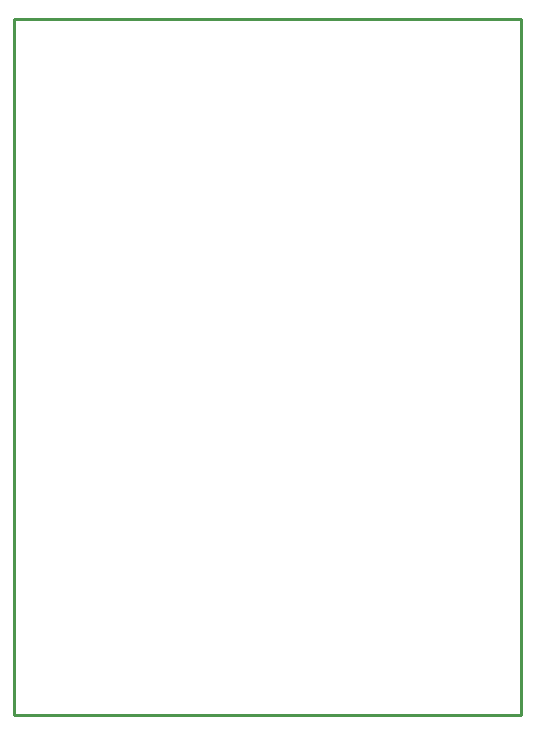
<source format=gko>
G04 ---------------------------- Layer name :KeepOutLayer*
G04 EasyEDA v5.7.22, Tue, 28 Aug 2018 09:43:57 GMT*
G04 05ccef7fa68345538657c4b36dae5f98*
G04 Gerber Generator version 0.2*
G04 Scale: 100 percent, Rotated: No, Reflected: No *
G04 Dimensions in inches *
G04 leading zeros omitted , absolute positions ,2 integer and 4 decimal *
%FSLAX24Y24*%
%MOIN*%
G90*
G70D02*

%ADD10C,0.010000*%
G54D10*
G01X0Y23200D02*
G01X16900Y23200D01*
G01X16900Y0D01*
G01X0Y0D01*
G01X0Y23200D01*

%LPD*%
M00*
M02*

</source>
